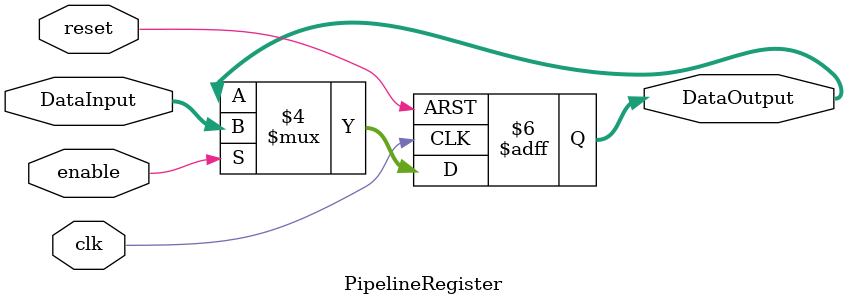
<source format=v>

module PipelineRegister
#(
	parameter N=32,
	parameter start=0
)
(
	input clk,
	input enable,
	input reset,
	input  [N-1:0] DataInput,
	
	output reg [N-1:0] DataOutput
);	
	always@(negedge reset or negedge clk) begin
		if(reset==0)
			DataOutput <=start;
		else
			if(enable==1)
				DataOutput<=DataInput;
	end
	
endmodule
	
</source>
